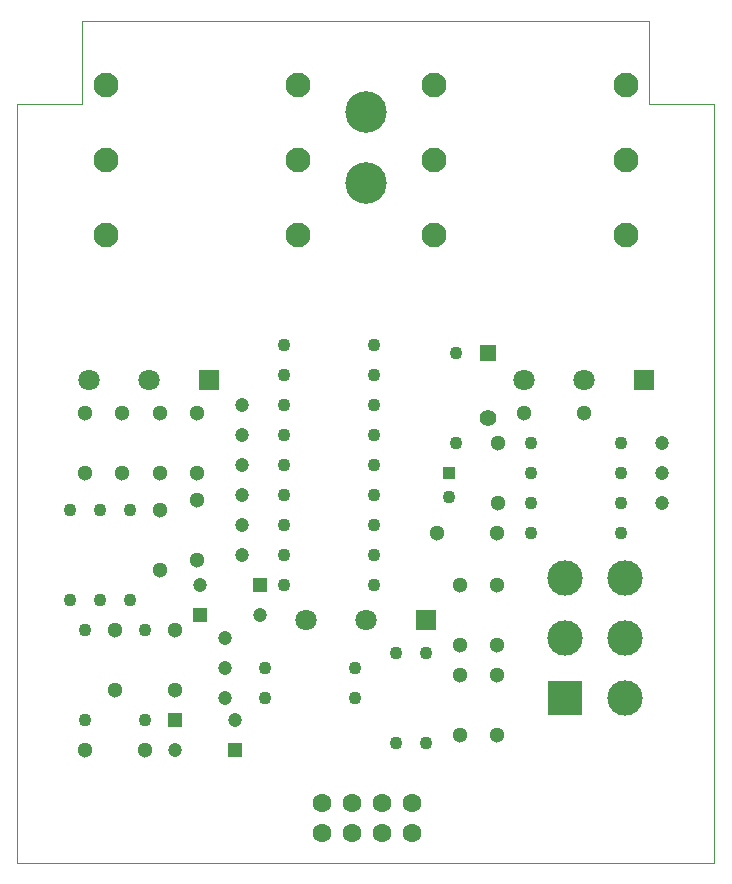
<source format=gbs>
G75*
%MOIN*%
%OFA0B0*%
%FSLAX25Y25*%
%IPPOS*%
%LPD*%
%AMOC8*
5,1,8,0,0,1.08239X$1,22.5*
%
%ADD10C,0.04331*%
%ADD11C,0.05118*%
%ADD12C,0.04724*%
%ADD13R,0.07087X0.07087*%
%ADD14C,0.07087*%
%ADD15R,0.04724X0.04724*%
%ADD16R,0.11811X0.11811*%
%ADD17C,0.11811*%
%ADD18C,0.00000*%
%ADD19C,0.08268*%
%ADD20C,0.05512*%
%ADD21R,0.05512X0.05512*%
%ADD22R,0.04331X0.04331*%
%ADD23C,0.13843*%
%ADD24C,0.06299*%
D10*
X0027500Y0050435D03*
X0047500Y0050435D03*
X0047500Y0080435D03*
X0042500Y0090435D03*
X0032500Y0090435D03*
X0022500Y0090435D03*
X0027500Y0080435D03*
X0022500Y0120435D03*
X0032500Y0120435D03*
X0042500Y0120435D03*
X0087500Y0067935D03*
X0087500Y0057935D03*
X0117500Y0057935D03*
X0117500Y0067935D03*
X0131250Y0072935D03*
X0141250Y0072935D03*
X0123750Y0095435D03*
X0123750Y0105435D03*
X0123750Y0115435D03*
X0123750Y0125435D03*
X0123750Y0135435D03*
X0123750Y0145435D03*
X0123750Y0155435D03*
X0123750Y0165435D03*
X0123750Y0175435D03*
X0151250Y0172935D03*
X0151250Y0142935D03*
X0148752Y0125005D03*
X0176250Y0122935D03*
X0176250Y0132935D03*
X0176250Y0142935D03*
X0176250Y0112935D03*
X0206250Y0112935D03*
X0206250Y0122935D03*
X0206250Y0132935D03*
X0206250Y0142935D03*
X0141250Y0042935D03*
X0131250Y0042935D03*
X0093750Y0095435D03*
X0093750Y0105435D03*
X0093750Y0115435D03*
X0093750Y0125435D03*
X0093750Y0135435D03*
X0093750Y0145435D03*
X0093750Y0155435D03*
X0093750Y0165435D03*
X0093750Y0175435D03*
D11*
X0065000Y0152935D03*
X0052500Y0152935D03*
X0040000Y0152935D03*
X0027500Y0152935D03*
X0027500Y0132935D03*
X0040000Y0132935D03*
X0052500Y0132935D03*
X0052500Y0120435D03*
X0065000Y0123935D03*
X0065000Y0132935D03*
X0065000Y0103935D03*
X0052500Y0100435D03*
X0057500Y0080435D03*
X0057500Y0060435D03*
X0047500Y0040435D03*
X0037500Y0060435D03*
X0037500Y0080435D03*
X0027500Y0040435D03*
X0145000Y0112935D03*
X0152500Y0095435D03*
X0165000Y0095435D03*
X0165000Y0112935D03*
X0165250Y0122935D03*
X0165250Y0142935D03*
X0173750Y0152935D03*
X0193750Y0152935D03*
X0165000Y0075435D03*
X0165000Y0065435D03*
X0152500Y0065435D03*
X0152500Y0075435D03*
X0152500Y0045435D03*
X0165000Y0045435D03*
D12*
X0220000Y0122935D03*
X0220000Y0132935D03*
X0220000Y0142935D03*
X0085750Y0085435D03*
X0074250Y0077935D03*
X0074250Y0067935D03*
X0074250Y0057935D03*
X0077500Y0050435D03*
X0057500Y0040435D03*
X0065750Y0095435D03*
X0080000Y0105435D03*
X0080000Y0115435D03*
X0080000Y0125435D03*
X0080000Y0135435D03*
X0080000Y0145435D03*
X0080000Y0155435D03*
D13*
X0068750Y0163998D03*
X0141250Y0083998D03*
X0213750Y0163998D03*
D14*
X0193750Y0163998D03*
X0173750Y0163998D03*
X0121250Y0083998D03*
X0101250Y0083998D03*
X0048750Y0163998D03*
X0028750Y0163998D03*
D15*
X0085750Y0095435D03*
X0065750Y0085435D03*
X0057500Y0050435D03*
X0077500Y0040435D03*
D16*
X0187500Y0057935D03*
D17*
X0187500Y0077935D03*
X0187500Y0097935D03*
X0207500Y0097935D03*
X0207500Y0077935D03*
X0207500Y0057935D03*
D18*
X0237283Y0002935D02*
X0005000Y0002935D01*
X0005000Y0255967D01*
X0026654Y0255967D01*
X0026654Y0283526D01*
X0215630Y0283526D01*
X0215630Y0255967D01*
X0237283Y0255967D01*
X0237283Y0002935D01*
D19*
X0207699Y0212185D03*
X0207699Y0237185D03*
X0207699Y0262185D03*
X0143801Y0262185D03*
X0143801Y0237185D03*
X0143801Y0212185D03*
X0098449Y0212185D03*
X0098449Y0237185D03*
X0098449Y0262185D03*
X0034551Y0262185D03*
X0034551Y0237185D03*
X0034551Y0212185D03*
D20*
X0161750Y0151185D03*
D21*
X0161750Y0172935D03*
D22*
X0148755Y0132865D03*
D23*
X0121250Y0229498D03*
X0121250Y0253120D03*
D24*
X0116500Y0022935D03*
X0116500Y0012935D03*
X0106500Y0012935D03*
X0106500Y0022935D03*
X0126500Y0022935D03*
X0126500Y0012935D03*
X0136500Y0012935D03*
X0136500Y0022935D03*
M02*

</source>
